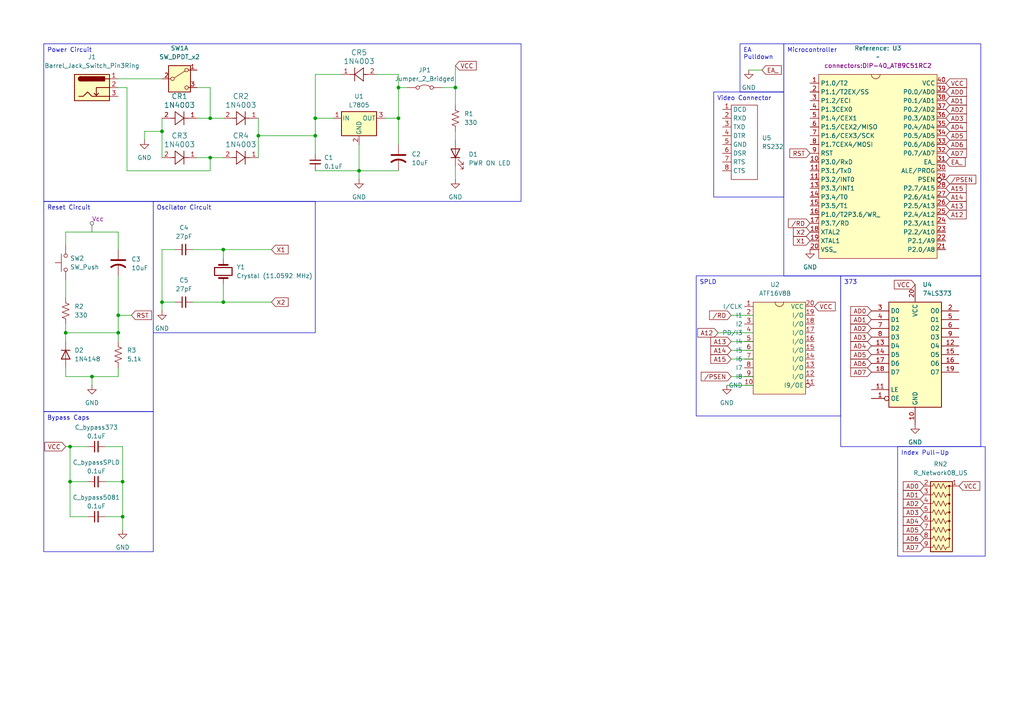
<source format=kicad_sch>
(kicad_sch (version 20250114) (generator "eeschema") (generator_version "9.0")
  (paper "A4")
  (lib_symbols
    (symbol "Connector:Barrel_Jack_Switch_Pin3Ring" (pin_names (hide yes))
      (property "Reference" "J" (at 0 5.334 0))
      (property "Value" "Barrel_Jack_Switch_Pin3Ring" (at 0 -5.08 0))
      (symbol "Barrel_Jack_Switch_Pin3Ring_0_1"
        (rectangle (start -5.08 3.81) (end 5.08 -3.81) (stroke (width 0.254)) (fill (type background)))
        (polyline (pts (xy -3.81 -2.54) (xy -2.54 -2.54) (xy -1.27 -1.27) (xy 0 -2.54) (xy 2.54 -2.54) (xy 5.08 -2.54)) (stroke (width 0.254)))
        (arc (start -3.302 1.905) (mid -3.9343 2.54) (end -3.302 3.175) (stroke (width 0.254)))
        (arc (start -3.302 1.905) (mid -3.9343 2.54) (end -3.302 3.175) (stroke (width 0.254)) (fill (type outline)))
        (polyline (pts (xy 1.27 -2.286) (xy 1.905 -1.651)) (stroke (width 0.254)))
        (rectangle (start 3.683 3.175) (end -3.302 1.905) (stroke (width 0.254)) (fill (type outline)))
        (polyline (pts (xy 5.08 2.54) (xy 3.81 2.54)) (stroke (width 0.254)))
        (polyline (pts (xy 5.08 0) (xy 1.27 0) (xy 1.27 -2.286) (xy 0.635 -1.651)) (stroke (width 0.254)))
      )
      (symbol "Barrel_Jack_Switch_Pin3Ring_1_1"
        (pin passive line (at 7.62 2.54 180) (length 2.54) (name "~") (number "1"))
        (pin passive line (at 7.62 0 180) (length 2.54) (name "~") (number "2"))
        (pin passive line (at 7.62 -2.54 180) (length 2.54) (name "~") (number "3"))
      )
    )
    (symbol "Device:C_Small" (pin_numbers (hide yes)) (pin_names (offset 0.254) (hide yes))
      (property "Reference" "C" (at 0.254 1.778 0))
      (property "Value" "C_Small" (at 0.254 -2.032 0))
      (symbol "C_Small_0_1"
        (polyline (pts (xy -1.524 0.508) (xy 1.524 0.508)) (stroke (width 0.3048)))
        (polyline (pts (xy -1.524 -0.508) (xy 1.524 -0.508)) (stroke (width 0.3302)))
      )
      (symbol "C_Small_1_1"
        (pin passive line (at 0 2.54 270) (length 2.032) (name "~") (number "1"))
        (pin passive line (at 0 -2.54 90) (length 2.032) (name "~") (number "2"))
      )
    )
    (symbol "Device:C_US" (pin_numbers (hide yes)) (pin_names (offset 0.254) (hide yes))
      (property "Reference" "C" (at 0.635 2.54 0))
      (property "Value" "C_US" (at 0.635 -2.54 0))
      (symbol "C_US_0_1"
        (polyline (pts (xy -2.032 0.762) (xy 2.032 0.762)) (stroke (width 0.508)))
        (arc (start -2.032 -1.27) (mid 0 -0.5572) (end 2.032 -1.27) (stroke (width 0.508)))
      )
      (symbol "C_US_1_1"
        (pin passive line (at 0 3.81 270) (length 2.794) (name "~") (number "1"))
        (pin passive line (at 0 -3.81 90) (length 3.302) (name "~") (number "2"))
      )
    )
    (symbol "Device:Crystal" (pin_numbers (hide yes)) (pin_names (offset 1.016) (hide yes))
      (property "Reference" "Y" (at 0 3.81 0))
      (property "Value" "Crystal" (at 0 -3.81 0))
      (symbol "Crystal_0_1"
        (polyline (pts (xy -2.54 0) (xy -1.905 0)))
        (polyline (pts (xy -1.905 -1.27) (xy -1.905 1.27)) (stroke (width 0.508)))
        (rectangle (start -1.143 2.54) (end 1.143 -2.54) (stroke (width 0.3048)))
        (polyline (pts (xy 1.905 -1.27) (xy 1.905 1.27)) (stroke (width 0.508)))
        (polyline (pts (xy 2.54 0) (xy 1.905 0)))
      )
      (symbol "Crystal_1_1"
        (pin passive line (at -3.81 0 0) (length 1.27) (name "1") (number "1"))
        (pin passive line (at 3.81 0 180) (length 1.27) (name "2") (number "2"))
      )
    )
    (symbol "Device:LED" (pin_numbers (hide yes)) (pin_names (offset 1.016) (hide yes))
      (property "Reference" "D" (at 0 2.54 0))
      (property "Value" "LED" (at 0 -2.54 0))
      (symbol "LED_0_1"
        (polyline (pts (xy -3.048 -0.762) (xy -4.572 -2.286) (xy -3.81 -2.286) (xy -4.572 -2.286) (xy -4.572 -1.524)))
        (polyline (pts (xy -1.778 -0.762) (xy -3.302 -2.286) (xy -2.54 -2.286) (xy -3.302 -2.286) (xy -3.302 -1.524)))
        (polyline (pts (xy -1.27 0) (xy 1.27 0)))
        (polyline (pts (xy -1.27 -1.27) (xy -1.27 1.27)) (stroke (width 0.254)))
        (polyline (pts (xy 1.27 -1.27) (xy 1.27 1.27) (xy -1.27 0) (xy 1.27 -1.27)) (stroke (width 0.254)))
      )
      (symbol "LED_1_1"
        (pin passive line (at -3.81 0 0) (length 2.54) (name "K") (number "1"))
        (pin passive line (at 3.81 0 180) (length 2.54) (name "A") (number "2"))
      )
    )
    (symbol "Device:R_Network08_US" (pin_names (offset 0) (hide yes))
      (property "Reference" "RN" (at -12.7 0 90))
      (property "Value" "R_Network08_US" (at 10.16 0 90))
      (symbol "R_Network08_US_0_1"
        (rectangle (start -11.43 -3.175) (end 8.89 3.175) (stroke (width 0.254)) (fill (type background)))
        (circle (center -10.16 2.286) (radius 0.254) (fill (type outline)))
        (polyline (pts (xy -10.16 2.286) (xy 7.62 2.286)))
        (polyline (pts (xy -10.16 2.286) (xy -10.16 1.524) (xy -9.398 1.1684) (xy -10.922 0.508) (xy -9.398 -0.1524) (xy -10.922 -0.8382) (xy -9.398 -1.524) (xy -10.922 -2.1844) (xy -10.16 -2.54) (xy -10.16 -3.81)))
        (circle (center -7.62 2.286) (radius 0.254) (fill (type outline)))
        (polyline (pts (xy -7.62 2.286) (xy -7.62 1.524) (xy -6.858 1.1684) (xy -8.382 0.508) (xy -6.858 -0.1524) (xy -8.382 -0.8382) (xy -6.858 -1.524) (xy -8.382 -2.1844) (xy -7.62 -2.54) (xy -7.62 -3.81)))
        (circle (center -5.08 2.286) (radius 0.254) (fill (type outline)))
        (polyline (pts (xy -5.08 2.286) (xy -5.08 1.524) (xy -4.318 1.1684) (xy -5.842 0.508) (xy -4.318 -0.1524) (xy -5.842 -0.8382) (xy -4.318 -1.524) (xy -5.842 -2.1844) (xy -5.08 -2.54) (xy -5.08 -3.81)))
        (circle (center -2.54 2.286) (radius 0.254) (fill (type outline)))
        (polyline (pts (xy -2.54 2.286) (xy -2.54 1.524) (xy -1.778 1.1684) (xy -3.302 0.508) (xy -1.778 -0.1524) (xy -3.302 -0.8382) (xy -1.778 -1.524) (xy -3.302 -2.1844) (xy -2.54 -2.54) (xy -2.54 -3.81)))
        (circle (center 0 2.286) (radius 0.254) (fill (type outline)))
        (polyline (pts (xy 0 2.286) (xy 0 1.524) (xy 0.762 1.1684) (xy -0.762 0.508) (xy 0.762 -0.1524) (xy -0.762 -0.8382) (xy 0.762 -1.524) (xy -0.762 -2.1844) (xy 0 -2.54) (xy 0 -3.81)))
        (polyline (pts (xy 2.54 2.286) (xy 2.54 1.524) (xy 3.302 1.1684) (xy 1.778 0.508) (xy 3.302 -0.1524) (xy 1.778 -0.8382) (xy 3.302 -1.524) (xy 1.778 -2.1844) (xy 2.54 -2.54) (xy 2.54 -3.81)))
        (circle (center 2.54 2.286) (radius 0.254) (fill (type outline)))
        (polyline (pts (xy 5.08 2.286) (xy 5.08 1.524) (xy 5.842 1.1684) (xy 4.318 0.508) (xy 5.842 -0.1524) (xy 4.318 -0.8382) (xy 5.842 -1.524) (xy 4.318 -2.1844) (xy 5.08 -2.54) (xy 5.08 -3.81)))
        (circle (center 5.08 2.286) (radius 0.254) (fill (type outline)))
        (polyline (pts (xy 7.62 2.286) (xy 7.62 1.524) (xy 8.382 1.1684) (xy 6.858 0.508) (xy 8.382 -0.1524) (xy 6.858 -0.8382) (xy 8.382 -1.524) (xy 6.858 -2.1844) (xy 7.62 -2.54) (xy 7.62 -3.81)))
      )
      (symbol "R_Network08_US_1_1"
        (pin passive line (at -10.16 5.08 270) (length 2.54) (name "common") (number "1"))
        (pin passive line (at -10.16 -5.08 90) (length 1.27) (name "R1") (number "2"))
        (pin passive line (at -7.62 -5.08 90) (length 1.27) (name "R2") (number "3"))
        (pin passive line (at -5.08 -5.08 90) (length 1.27) (name "R3") (number "4"))
        (pin passive line (at -2.54 -5.08 90) (length 1.27) (name "R4") (number "5"))
        (pin passive line (at 0 -5.08 90) (length 1.27) (name "R5") (number "6"))
        (pin passive line (at 2.54 -5.08 90) (length 1.27) (name "R6") (number "7"))
        (pin passive line (at 5.08 -5.08 90) (length 1.27) (name "R7") (number "8"))
        (pin passive line (at 7.62 -5.08 90) (length 1.27) (name "R8") (number "9"))
      )
    )
    (symbol "Device:R_US" (pin_numbers (hide yes)) (pin_names (offset 0))
      (property "Reference" "R" (at 2.54 0 90))
      (property "Value" "R_US" (at -2.54 0 90))
      (symbol "R_US_0_1"
        (polyline (pts (xy 0 2.286) (xy 0 2.54)))
        (polyline (pts (xy 0 2.286) (xy 1.016 1.905) (xy 0 1.524) (xy -1.016 1.143) (xy 0 0.762)))
        (polyline (pts (xy 0 0.762) (xy 1.016 0.381) (xy 0 0) (xy -1.016 -0.381) (xy 0 -0.762)))
        (polyline (pts (xy 0 -0.762) (xy 1.016 -1.143) (xy 0 -1.524) (xy -1.016 -1.905) (xy 0 -2.286)))
        (polyline (pts (xy 0 -2.286) (xy 0 -2.54)))
      )
      (symbol "R_US_1_1"
        (pin passive line (at 0 3.81 270) (length 1.27) (name "~") (number "1"))
        (pin passive line (at 0 -3.81 90) (length 1.27) (name "~") (number "2"))
      )
    )
    (symbol "Diode:1N4148" (pin_numbers (hide yes)) (pin_names (hide yes))
      (property "Reference" "D" (at 0 2.54 0))
      (property "Value" "1N4148" (at 0 -2.54 0))
      (symbol "1N4148_0_1"
        (polyline (pts (xy -1.27 1.27) (xy -1.27 -1.27)) (stroke (width 0.254)))
        (polyline (pts (xy 1.27 1.27) (xy 1.27 -1.27) (xy -1.27 0) (xy 1.27 1.27)) (stroke (width 0.254)))
        (polyline (pts (xy 1.27 0) (xy -1.27 0)))
      )
      (symbol "1N4148_1_1"
        (pin passive line (at -3.81 0 0) (length 2.54) (name "K") (number "1"))
        (pin passive line (at 3.81 0 180) (length 2.54) (name "A") (number "2"))
      )
    )
    (symbol "ESD:1N4003" (pin_names (offset 0.254))
      (property "Reference" "CR" (at 5.08 4.445 0))
      (property "Value" "1N4003" (at 5.08 -3.81 0))
      (symbol "1N4003_1_1"
        (polyline (pts (xy 2.54 0) (xy 3.4798 0)) (stroke (width 0.2032)))
        (polyline (pts (xy 3.175 0) (xy 3.81 0)) (stroke (width 0.2032)))
        (polyline (pts (xy 3.81 1.905) (xy 3.81 -1.905)) (stroke (width 0.2032)))
        (polyline (pts (xy 3.81 -1.905) (xy 6.35 0)) (stroke (width 0.2032)))
        (polyline (pts (xy 6.35 0) (xy 3.81 1.905)) (stroke (width 0.2032)))
        (polyline (pts (xy 6.35 0) (xy 7.62 0)) (stroke (width 0.2032)))
        (polyline (pts (xy 6.35 -1.905) (xy 6.35 1.905)) (stroke (width 0.2032)))
        (pin unspecified line (at 0 0 0) (length 2.54) (name "") (number "2"))
        (pin unspecified line (at 10.16 0 180) (length 2.54) (name "") (number "1"))
      )
      (symbol "1N4003_1_2"
        (polyline (pts (xy -1.905 3.81) (xy 1.905 3.81)) (stroke (width 0.2032)))
        (polyline (pts (xy 0 6.35) (xy -1.905 3.81)) (stroke (width 0.2032)))
        (polyline (pts (xy 0 6.35) (xy 0 7.62)) (stroke (width 0.2032)))
        (polyline (pts (xy 0 3.175) (xy 0 3.81)) (stroke (width 0.2032)))
        (polyline (pts (xy 0 2.54) (xy 0 3.4798)) (stroke (width 0.2032)))
        (polyline (pts (xy 1.905 6.35) (xy -1.905 6.35)) (stroke (width 0.2032)))
        (polyline (pts (xy 1.905 3.81) (xy 0 6.35)) (stroke (width 0.2032)))
        (pin unspecified line (at 0 10.16 270) (length 2.54) (name "") (number "1"))
        (pin unspecified line (at 0 0 90) (length 2.54) (name "") (number "2"))
      )
    )
    (symbol "ESD:74LS373"
      (property "Reference" "U3" (at 2.1941 20.32 0))
      (property "Value" "74LS373" (at 2.1941 17.78 0))
      (symbol "74LS373_1_0"
        (pin input line (at -12.7 12.7 0) (length 5.08) (name "D0") (number "3"))
        (pin input line (at -12.7 10.16 0) (length 5.08) (name "D1") (number "4"))
        (pin input line (at -12.7 7.62 0) (length 5.08) (name "D2") (number "7"))
        (pin input line (at -12.7 5.08 0) (length 5.08) (name "D3") (number "8"))
        (pin input line (at -12.7 2.54 0) (length 5.08) (name "D4") (number "13"))
        (pin input line (at -12.7 0 0) (length 5.08) (name "D5") (number "14"))
        (pin input line (at -12.7 -2.54 0) (length 5.08) (name "D6") (number "17"))
        (pin input line (at -12.7 -5.08 0) (length 5.08) (name "D7") (number "18"))
        (pin input line (at -12.7 -10.16 0) (length 5.08) (name "LE") (number "11"))
        (pin input inverted (at -12.7 -12.7 0) (length 5.08) (name "OE") (number "1"))
        (pin power_in line (at 0 20.32 270) (length 5.08) (name "VCC") (number "20"))
        (pin power_in line (at 0 -20.32 90) (length 5.08) (name "GND") (number "10"))
        (pin tri_state line (at 12.7 12.7 180) (length 5.08) (name "O0") (number "2"))
        (pin tri_state line (at 12.7 10.16 180) (length 5.08) (name "O1") (number "5"))
        (pin tri_state line (at 12.7 7.62 180) (length 5.08) (name "O2") (number "6"))
        (pin tri_state line (at 12.7 5.08 180) (length 5.08) (name "O3") (number "9"))
        (pin tri_state line (at 12.7 2.54 180) (length 5.08) (name "O4") (number "12"))
        (pin tri_state line (at 12.7 0 180) (length 5.08) (name "O5") (number "15"))
        (pin tri_state line (at 12.7 -2.54 180) (length 5.08) (name "O6") (number "16"))
        (pin tri_state line (at 12.7 -5.08 180) (length 5.08) (name "O7") (number "19"))
      )
      (symbol "74LS373_1_1"
        (rectangle (start -7.62 15.24) (end 7.62 -15.24) (stroke (width 0.254)) (fill (type background)))
      )
    )
    (symbol "ESD:AT89C51RC2"
      (property "Reference" "U" (at 0 6.35 0) (show_name))
      (property "Footprint" "connectors:DIP-40_AT89C51RC2" (at 16.51 1.27 0))
      (symbol "AT89C51RC2_1_1"
        (rectangle (start 0 0) (end 34.29 -53.34) (fill (type background)))
        (arc (start 16.51 -1.27) (mid 15.612 -0.898) (end 15.24 0))
        (arc (start 17.78 0) (mid 17.408 -0.898) (end 16.51 -1.27))
        (pin bidirectional line (at -2.54 -2.54 0) (length 2.54) (name "P1.0/T2") (number "1"))
        (pin bidirectional line (at -2.54 -5.08 0) (length 2.54) (name "P1.1/T2EX/SS") (number "2"))
        (pin bidirectional line (at -2.54 -7.62 0) (length 2.54) (name "P1.2/ECI") (number "3"))
        (pin bidirectional line (at -2.54 -10.16 0) (length 2.54) (name "P1.3CEX0") (number "4"))
        (pin bidirectional line (at -2.54 -12.7 0) (length 2.54) (name "P1.4/CEX1") (number "5"))
        (pin bidirectional line (at -2.54 -15.24 0) (length 2.54) (name "P1.5/CEX2/MISO") (number "6"))
        (pin bidirectional line (at -2.54 -17.78 0) (length 2.54) (name "P1.6/CEX3/SCK") (number "7"))
        (pin bidirectional line (at -2.54 -20.32 0) (length 2.54) (name "P1.7CEX4/MOSI") (number "8"))
        (pin bidirectional line (at -2.54 -22.86 0) (length 2.54) (name "RST") (number "9"))
        (pin input line (at -2.54 -25.4 0) (length 2.54) (name "P3.0/RxD") (number "10"))
        (pin output line (at -2.54 -27.94 0) (length 2.54) (name "P3.1/TxD") (number "11"))
        (pin bidirectional line (at -2.54 -30.48 0) (length 2.54) (name "P3.2/INT0") (number "11"))
        (pin bidirectional line (at -2.54 -33.02 0) (length 2.54) (name "P3.3/INT1") (number "13"))
        (pin bidirectional line (at -2.54 -35.56 0) (length 2.54) (name "P3.4/T0") (number "14"))
        (pin bidirectional line (at -2.54 -38.1 0) (length 2.54) (name "P3.5/T1") (number "15"))
        (pin bidirectional line (at -2.54 -40.64 0) (length 2.54) (name "P1.0/T2P3.6/WR_") (number "16"))
        (pin bidirectional line (at -2.54 -43.18 0) (length 2.54) (name "P3.7/RD") (number "17"))
        (pin unspecified line (at -2.54 -45.72 0) (length 2.54) (name "XTAL2") (number "18"))
        (pin unspecified line (at -2.54 -48.26 0) (length 2.54) (name "XTAL1") (number "19"))
        (pin unspecified line (at -2.54 -50.8 0) (length 2.54) (name "VSS_") (number "20"))
        (pin power_in line (at 36.83 -2.54 180) (length 2.54) (name "VCC") (number "40"))
        (pin bidirectional line (at 36.83 -5.08 180) (length 2.54) (name "P0.0/AD0") (number "39"))
        (pin bidirectional line (at 36.83 -7.62 180) (length 2.54) (name "P0.1/AD1") (number "38"))
        (pin bidirectional line (at 36.83 -10.16 180) (length 2.54) (name "P0.2/AD2") (number "37"))
        (pin bidirectional line (at 36.83 -12.7 180) (length 2.54) (name "P0.3/AD3") (number "36"))
        (pin bidirectional line (at 36.83 -15.24 180) (length 2.54) (name "P0.4/AD4") (number "35"))
        (pin bidirectional line (at 36.83 -17.78 180) (length 2.54) (name "P0.5/AD5") (number "34"))
        (pin bidirectional line (at 36.83 -20.32 180) (length 2.54) (name "P0.6/AD6") (number "33"))
        (pin bidirectional line (at 36.83 -22.86 180) (length 2.54) (name "P0.7/AD7") (number "32"))
        (pin input line (at 36.83 -25.4 180) (length 2.54) (name "EA_") (number "31"))
        (pin input line (at 36.83 -27.94 180) (length 2.54) (name "ALE/PROG") (number "30"))
        (pin input inverted (at 36.83 -30.48 180) (length 2.54) (name "PSEN") (number "29"))
        (pin bidirectional line (at 36.83 -33.02 180) (length 2.54) (name "P2.7/A15") (number "28"))
        (pin bidirectional line (at 36.83 -35.56 180) (length 2.54) (name "P2.6/A14") (number "27"))
        (pin bidirectional line (at 36.83 -38.1 180) (length 2.54) (name "P2.5/A13") (number "26"))
        (pin bidirectional line (at 36.83 -40.64 180) (length 2.54) (name "P2.4/A12") (number "25"))
        (pin bidirectional line (at 36.83 -43.18 180) (length 2.54) (name "P2.3/A11") (number "24"))
        (pin bidirectional line (at 36.83 -45.72 180) (length 2.54) (name "P2.2/A10") (number "23"))
        (pin bidirectional line (at 36.83 -48.26 180) (length 2.54) (name "P2.1/A9") (number "22"))
        (pin bidirectional line (at 36.83 -50.8 180) (length 2.54) (name "P2.0/A8") (number "21"))
      )
    )
    (symbol "ESD:ATF16V8C"
      (property "Reference" "U2" (at 6.35 5.08 0))
      (property "Value" "ATF16V8B" (at 6.35 2.54 0))
      (symbol "ATF16V8C_0_1"
        (arc (start 7.62 -1.27) (mid 6.722 -0.898) (end 6.35 0))
        (arc (start 8.89 0) (mid 8.518 -0.898) (end 7.62 -1.27))
      )
      (symbol "ATF16V8C_1_0"
        (pin bidirectional line (at 17.78 -6.35 180) (length 2.54) (name "I/O") (number "18"))
      )
      (symbol "ATF16V8C_1_1"
        (rectangle (start 0 0) (end 15.24 -26.67) (fill (type background)))
        (pin input line (at 0 -1.27 180) (length 2.54) (name "I/CLK") (number "1"))
        (pin input line (at 0 -3.81 180) (length 2.54) (name "I1") (number "2"))
        (pin input line (at 0 -6.35 180) (length 2.54) (name "I2") (number "3"))
        (pin input line (at 0 -8.89 180) (length 2.54) (name "PD/I3") (number "4"))
        (pin input line (at 0 -11.43 180) (length 2.54) (name "I4") (number "5"))
        (pin input line (at 0 -13.97 180) (length 2.54) (name "I5") (number "6"))
        (pin input line (at 0 -16.51 180) (length 2.54) (name "I6") (number "7"))
        (pin input line (at 0 -19.05 180) (length 2.54) (name "I7") (number "8"))
        (pin input line (at 0 -21.59 180) (length 2.54) (name "I8") (number "9"))
        (pin power_out line (at 0 -24.13 180) (length 2.54) (name "GND") (number "10"))
        (pin power_in line (at 17.78 -1.27 180) (length 2.54) (name "VCC") (number "20"))
        (pin bidirectional line (at 17.78 -3.81 180) (length 2.54) (name "I/O") (number "19"))
        (pin bidirectional line (at 17.78 -8.89 180) (length 2.54) (name "I/O") (number "17"))
        (pin bidirectional line (at 17.78 -11.43 180) (length 2.54) (name "I/O") (number "16"))
        (pin bidirectional line (at 17.78 -13.97 180) (length 2.54) (name "I/O") (number "15"))
        (pin bidirectional line (at 17.78 -16.51 180) (length 2.54) (name "I/O") (number "14"))
        (pin bidirectional line (at 17.78 -19.05 180) (length 2.54) (name "I/O") (number "13"))
        (pin bidirectional line (at 17.78 -21.59 180) (length 2.54) (name "I/O") (number "12"))
        (pin input inverted (at 17.78 -24.13 180) (length 2.54) (name "I9/OE") (number "11"))
      )
    )
    (symbol "ESD:RS232_"
      (property "Reference" "U9" (at 3.81 -22.86 90))
      (property "Value" "RS232" (at 8.89 -8.89 90))
      (symbol "RS232__0_1"
        (rectangle (start 0 0) (end 7.62 -21.59))
      )
      (symbol "RS232__1_1"
        (pin input line (at -2.54 -1.27 0) (length 2.54) (name "DCD") (number "1"))
        (pin output line (at -2.54 -3.81 0) (length 2.54) (name "RXD") (number "2"))
        (pin input line (at -2.54 -6.35 0) (length 2.54) (name "TXD") (number "3"))
        (pin input line (at -2.54 -8.89 0) (length 2.54) (name "DTR") (number "4"))
        (pin input line (at -2.54 -11.43 0) (length 2.54) (name "GND") (number "5"))
        (pin input line (at -2.54 -13.97 0) (length 2.54) (name "DSR") (number "6"))
        (pin input line (at -2.54 -16.51 0) (length 2.54) (name "RTS") (number "7"))
        (pin input line (at -2.54 -19.05 0) (length 2.54) (name "CTS") (number "8"))
      )
    )
    (symbol "Jumper:Jumper_2_Bridged" (pin_numbers (hide yes)) (pin_names (offset 0) (hide yes))
      (property "Reference" "JP" (at 0 1.905 0))
      (property "Value" "Jumper_2_Bridged" (at 0 -2.54 0))
      (symbol "Jumper_2_Bridged_0_0"
        (circle (center -2.032 0) (radius 0.508))
        (circle (center 2.032 0) (radius 0.508))
      )
      (symbol "Jumper_2_Bridged_0_1"
        (arc (start -1.524 0.254) (mid 0 0.762) (end 1.524 0.254))
      )
      (symbol "Jumper_2_Bridged_1_1"
        (pin passive line (at -5.08 0 0) (length 2.54) (name "A") (number "1"))
        (pin passive line (at 5.08 0 180) (length 2.54) (name "B") (number "2"))
      )
    )
    (symbol "Regulator_Linear:L7805" (pin_names (offset 0.254))
      (property "Reference" "U" (at -3.81 3.175 0))
      (property "Value" "L7805" (at 0 3.175 0))
      (symbol "L7805_0_1"
        (rectangle (start -5.08 1.905) (end 5.08 -5.08) (stroke (width 0.254)) (fill (type background)))
      )
      (symbol "L7805_1_1"
        (pin power_in line (at -7.62 0 0) (length 2.54) (name "IN") (number "1"))
        (pin power_in line (at 0 -7.62 90) (length 2.54) (name "GND") (number "2"))
        (pin power_out line (at 7.62 0 180) (length 2.54) (name "OUT") (number "3"))
      )
    )
    (symbol "Switch:SW_DPDT_x2" (pin_names (offset 0) (hide yes))
      (property "Reference" "SW" (at 0 5.08 0))
      (property "Value" "SW_DPDT_x2" (at 0 -5.08 0))
      (symbol "SW_DPDT_x2_0_0"
        (circle (center -2.032 0) (radius 0.508))
        (circle (center 2.032 -2.54) (radius 0.508))
      )
      (symbol "SW_DPDT_x2_0_1"
        (rectangle (start -3.175 3.81) (end 3.175 -3.81) (stroke (width 0.254)) (fill (type background)))
        (polyline (pts (xy -1.524 0.254) (xy 1.5748 2.286)))
        (circle (center 2.032 2.54) (radius 0.508))
      )
      (symbol "SW_DPDT_x2_1_1"
        (pin passive line (at -5.08 0 0) (length 2.54) (name "B") (number "2"))
        (pin passive line (at 5.08 2.54 180) (length 2.54) (name "A") (number "1"))
        (pin passive line (at 5.08 -2.54 180) (length 2.54) (name "C") (number "3"))
      )
      (symbol "SW_DPDT_x2_2_1"
        (pin passive line (at -5.08 0 0) (length 2.54) (name "B") (number "5"))
        (pin passive line (at 5.08 2.54 180) (length 2.54) (name "A") (number "4"))
        (pin passive line (at 5.08 -2.54 180) (length 2.54) (name "C") (number "6"))
      )
    )
    (symbol "Switch:SW_Push" (pin_numbers (hide yes)) (pin_names (offset 1.016) (hide yes))
      (property "Reference" "SW" (at 1.27 2.54 0))
      (property "Value" "SW_Push" (at 0 -1.524 0))
      (symbol "SW_Push_0_1"
        (circle (center -2.032 0) (radius 0.508))
        (polyline (pts (xy 0 1.27) (xy 0 3.048)))
        (circle (center 2.032 0) (radius 0.508))
        (polyline (pts (xy 2.54 1.27) (xy -2.54 1.27)))
        (pin passive line (at -5.08 0 0) (length 2.54) (name "1") (number "1"))
        (pin passive line (at 5.08 0 180) (length 2.54) (name "2") (number "2"))
      )
    )
    (symbol "power:GND" (power) (pin_numbers (hide yes)) (pin_names (offset 0) (hide yes))
      (property "Value" "GND" (at 0 -3.81 0))
      (symbol "GND_0_1"
        (polyline (pts (xy 0 0) (xy 0 -1.27) (xy 1.27 -1.27) (xy 0 -2.54) (xy -1.27 -1.27) (xy 0 -1.27)))
      )
      (symbol "GND_1_1"
        (pin power_in line (at 0 0 270) (length 0) (name "~") (number "1"))
      )
    )
  )
  (text_box "Reset Circuit\n" (at 12.7 58.42 0) (size 31.75 60.96) (margins 0.9525 0.9525 0.9525 0.9525) (effects (font (size 1.27 1.27)) (justify left top)))
  (text_box "Index Pull-Up" (at 260.35 129.54 0) (size 25.4 31.75) (margins 0.9525 0.9525 0.9525 0.9525) (effects (font (size 1.27 1.27)) (justify left top)))
  (text_box "373" (at 243.84 80.01 0) (size 40.64 49.53) (margins 0.9525 0.9525 0.9525 0.9525) (effects (font (size 1.27 1.27)) (justify left top)))
  (text_box "Bypass Caps" (at 12.7 119.38 0) (size 31.75 40.64) (margins 0.9525 0.9525 0.9525 0.9525) (effects (font (size 1.27 1.27)) (justify left top)))
  (text_box "Oscilator Circuit" (at 44.45 58.42 0) (size 46.99 38.1) (margins 0.9525 0.9525 0.9525 0.9525) (effects (font (size 1.27 1.27)) (justify left top)))
  (text_box "Power Circuit" (at 12.7 12.7 0) (size 138.43 45.72) (margins 0.9525 0.9525 0.9525 0.9525) (effects (font (size 1.27 1.27)) (justify left top)))
  (text_box "SPLD" (at 201.93 80.01 0) (size 41.91 40.64) (margins 0.9525 0.9525 0.9525 0.9525) (effects (font (size 1.27 1.27)) (justify left top)))
  (text_box "Video Connector" (at 207.01 26.67 0) (size 20.32 30.48) (margins 0.9525 0.9525 0.9525 0.9525) (effects (font (size 1.27 1.27)) (justify left top)))
  (text_box "EA Pulldown" (at 214.63 12.7 0) (size 12.7 13.97) (margins 0.9525 0.9525 0.9525 0.9525) (effects (font (size 1.27 1.27)) (justify left top)))
  (text_box "Microcontroller" (at 227.33 12.7 0) (size 57.15 67.31) (margins 0.9525 0.9525 0.9525 0.9525) (effects (font (size 1.27 1.27)) (justify left top)))
  (junction (at 64.77 87.63))
  (junction (at 35.56 149.86))
  (junction (at 34.29 91.44))
  (junction (at 60.96 45.72))
  (junction (at 19.05 96.52))
  (junction (at 20.32 129.54))
  (junction (at 60.96 34.29))
  (junction (at 35.56 139.7))
  (junction (at 115.57 34.29))
  (junction (at 91.44 39.37))
  (junction (at 64.77 72.39))
  (junction (at 34.29 96.52))
  (junction (at 91.44 34.29))
  (junction (at 115.57 25.4))
  (junction (at 46.99 38.1))
  (junction (at 26.67 109.22))
  (junction (at 74.93 39.37))
  (junction (at 132.08 25.4))
  (junction (at 104.14 49.53))
  (junction (at 46.99 87.63))
  (junction (at 20.32 139.7))
  (wire (pts (xy 30.48 149.86) (xy 35.56 149.86)))
  (wire (pts (xy 128.27 25.4) (xy 132.08 25.4)))
  (wire (pts (xy 34.29 80.01) (xy 34.29 91.44)))
  (wire (pts (xy 34.29 91.44) (xy 38.1 91.44)))
  (wire (pts (xy 35.56 139.7) (xy 35.56 149.86)))
  (wire (pts (xy 91.44 21.59) (xy 91.44 34.29)))
  (wire (pts (xy 60.96 49.53) (xy 60.96 45.72)))
  (wire (pts (xy 41.91 40.64) (xy 41.91 38.1)))
  (wire (pts (xy 36.83 25.4) (xy 36.83 49.53)))
  (wire (pts (xy 34.29 96.52) (xy 19.05 96.52)))
  (wire (pts (xy 41.91 38.1) (xy 46.99 38.1)))
  (wire (pts (xy 35.56 149.86) (xy 35.56 153.67)))
  (wire (pts (xy 60.96 34.29) (xy 64.77 34.29)))
  (wire (pts (xy 91.44 49.53) (xy 104.14 49.53)))
  (wire (pts (xy 20.32 139.7) (xy 20.32 149.86)))
  (wire (pts (xy 19.05 71.12) (xy 19.05 67.31)))
  (wire (pts (xy 60.96 25.4) (xy 60.96 34.29)))
  (wire (pts (xy 74.93 34.29) (xy 74.93 39.37)))
  (wire (pts (xy 19.05 129.54) (xy 20.32 129.54)))
  (wire (pts (xy 91.44 34.29) (xy 91.44 39.37)))
  (wire (pts (xy 19.05 96.52) (xy 19.05 99.06)))
  (wire (pts (xy 57.15 45.72) (xy 60.96 45.72)))
  (wire (pts (xy 132.08 38.1) (xy 132.08 40.64)))
  (wire (pts (xy 57.15 34.29) (xy 60.96 34.29)))
  (wire (pts (xy 19.05 81.28) (xy 19.05 86.36)))
  (wire (pts (xy 34.29 22.86) (xy 46.99 22.86)))
  (wire (pts (xy 46.99 38.1) (xy 46.99 45.72)))
  (wire (pts (xy 132.08 48.26) (xy 132.08 52.07)))
  (wire (pts (xy 55.88 72.39) (xy 64.77 72.39)))
  (wire (pts (xy 210.82 111.76) (xy 218.44 111.76)))
  (wire (pts (xy 57.15 25.4) (xy 60.96 25.4)))
  (wire (pts (xy 30.48 129.54) (xy 35.56 129.54)))
  (wire (pts (xy 46.99 87.63) (xy 46.99 72.39)))
  (wire (pts (xy 34.29 109.22) (xy 26.67 109.22)))
  (wire (pts (xy 212.09 99.06) (xy 218.44 99.06)))
  (wire (pts (xy 20.32 139.7) (xy 25.4 139.7)))
  (wire (pts (xy 74.93 39.37) (xy 74.93 45.72)))
  (wire (pts (xy 115.57 49.53) (xy 104.14 49.53)))
  (wire (pts (xy 109.22 21.59) (xy 115.57 21.59)))
  (wire (pts (xy 115.57 41.91) (xy 115.57 34.29)))
  (wire (pts (xy 104.14 49.53) (xy 104.14 52.07)))
  (wire (pts (xy 212.09 109.22) (xy 218.44 109.22)))
  (wire (pts (xy 99.06 21.59) (xy 91.44 21.59)))
  (wire (pts (xy 104.14 41.91) (xy 104.14 49.53)))
  (wire (pts (xy 132.08 30.48) (xy 132.08 25.4)))
  (wire (pts (xy 46.99 34.29) (xy 46.99 38.1)))
  (wire (pts (xy 19.05 67.31) (xy 34.29 67.31)))
  (wire (pts (xy 50.8 87.63) (xy 46.99 87.63)))
  (wire (pts (xy 26.67 109.22) (xy 26.67 111.76)))
  (wire (pts (xy 212.09 101.6) (xy 218.44 101.6)))
  (wire (pts (xy 212.09 104.14) (xy 218.44 104.14)))
  (wire (pts (xy 115.57 21.59) (xy 115.57 25.4)))
  (wire (pts (xy 46.99 72.39) (xy 50.8 72.39)))
  (wire (pts (xy 36.83 49.53) (xy 60.96 49.53)))
  (wire (pts (xy 46.99 87.63) (xy 46.99 90.17)))
  (wire (pts (xy 64.77 72.39) (xy 78.74 72.39)))
  (wire (pts (xy 220.98 20.32) (xy 217.17 20.32)))
  (wire (pts (xy 35.56 129.54) (xy 35.56 139.7)))
  (wire (pts (xy 208.28 96.52) (xy 218.44 96.52)))
  (wire (pts (xy 34.29 99.06) (xy 34.29 96.52)))
  (wire (pts (xy 115.57 25.4) (xy 115.57 34.29)))
  (wire (pts (xy 96.52 34.29) (xy 91.44 34.29)))
  (wire (pts (xy 132.08 25.4) (xy 132.08 19.05)))
  (wire (pts (xy 111.76 34.29) (xy 115.57 34.29)))
  (wire (pts (xy 64.77 72.39) (xy 64.77 74.93)))
  (wire (pts (xy 34.29 25.4) (xy 36.83 25.4)))
  (wire (pts (xy 212.09 91.44) (xy 218.44 91.44)))
  (wire (pts (xy 115.57 25.4) (xy 118.11 25.4)))
  (wire (pts (xy 34.29 91.44) (xy 34.29 96.52)))
  (wire (pts (xy 74.93 39.37) (xy 91.44 39.37)))
  (wire (pts (xy 19.05 106.68) (xy 19.05 109.22)))
  (wire (pts (xy 20.32 129.54) (xy 20.32 139.7)))
  (wire (pts (xy 64.77 82.55) (xy 64.77 87.63)))
  (wire (pts (xy 34.29 67.31) (xy 34.29 72.39)))
  (wire (pts (xy 64.77 87.63) (xy 55.88 87.63)))
  (wire (pts (xy 91.44 39.37) (xy 91.44 44.45)))
  (wire (pts (xy 64.77 87.63) (xy 78.74 87.63)))
  (wire (pts (xy 20.32 149.86) (xy 25.4 149.86)))
  (wire (pts (xy 60.96 45.72) (xy 64.77 45.72)))
  (wire (pts (xy 26.67 109.22) (xy 19.05 109.22)))
  (wire (pts (xy 19.05 93.98) (xy 19.05 96.52)))
  (wire (pts (xy 34.29 106.68) (xy 34.29 109.22)))
  (wire (pts (xy 30.48 139.7) (xy 35.56 139.7)))
  (wire (pts (xy 20.32 129.54) (xy 25.4 129.54)))
  (global_label "AD3" (shape input) (at 252.73 97.79 180) (property "Intersheetrefs" "${INTERSHEET_REFS}" (effects (hide yes))))
  (global_label "A12" (shape input) (at 274.32 62.23 0) (property "Intersheetrefs" "${INTERSHEET_REFS}" (effects (hide yes))))
  (global_label "AD3" (shape input) (at 267.97 148.59 180) (property "Intersheetrefs" "${INTERSHEET_REFS}" (effects (hide yes))))
  (global_label "AD6" (shape input) (at 274.32 41.91 0) (property "Intersheetrefs" "${INTERSHEET_REFS}" (effects (hide yes))))
  (global_label "AD0" (shape input) (at 267.97 140.97 180) (property "Intersheetrefs" "${INTERSHEET_REFS}" (effects (hide yes))))
  (global_label "AD0" (shape input) (at 252.73 90.17 180) (property "Intersheetrefs" "${INTERSHEET_REFS}" (effects (hide yes))))
  (global_label "AD2" (shape input) (at 252.73 95.25 180) (property "Intersheetrefs" "${INTERSHEET_REFS}" (effects (hide yes))))
  (global_label "AD7" (shape input) (at 274.32 44.45 0) (property "Intersheetrefs" "${INTERSHEET_REFS}" (effects (hide yes))))
  (global_label "X2" (shape input) (at 78.74 87.63 0) (property "Intersheetrefs" "${INTERSHEET_REFS}" (effects (hide yes))))
  (global_label "VCC" (shape input) (at 274.32 24.13 0) (property "Intersheetrefs" "${INTERSHEET_REFS}" (effects (hide yes))))
  (global_label "{slash}PSEN" (shape input) (at 212.09 109.22 180) (property "Intersheetrefs" "${INTERSHEET_REFS}" (effects (hide yes))))
  (global_label "AD4" (shape input) (at 252.73 100.33 180) (property "Intersheetrefs" "${INTERSHEET_REFS}" (effects (hide yes))))
  (global_label "VCC" (shape input) (at 265.43 82.55 180) (property "Intersheetrefs" "${INTERSHEET_REFS}" (effects (hide yes))))
  (global_label "A15" (shape input) (at 212.09 104.14 180) (property "Intersheetrefs" "${INTERSHEET_REFS}" (effects (hide yes))))
  (global_label "AD4" (shape input) (at 274.32 36.83 0) (property "Intersheetrefs" "${INTERSHEET_REFS}" (effects (hide yes))))
  (global_label "AD6" (shape input) (at 252.73 105.41 180) (property "Intersheetrefs" "${INTERSHEET_REFS}" (effects (hide yes))))
  (global_label "VCC" (shape input) (at 278.13 140.97 0) (property "Intersheetrefs" "${INTERSHEET_REFS}" (effects (hide yes))))
  (global_label "AD1" (shape input) (at 252.73 92.71 180) (property "Intersheetrefs" "${INTERSHEET_REFS}" (effects (hide yes))))
  (global_label "{slash}RD" (shape input) (at 212.09 91.44 180) (property "Intersheetrefs" "${INTERSHEET_REFS}" (effects (hide yes))))
  (global_label "AD3" (shape input) (at 274.32 34.29 0) (property "Intersheetrefs" "${INTERSHEET_REFS}" (effects (hide yes))))
  (global_label "RST" (shape input) (at 234.95 44.45 180) (property "Intersheetrefs" "${INTERSHEET_REFS}" (effects (hide yes))))
  (global_label "AD5" (shape input) (at 274.32 39.37 0) (property "Intersheetrefs" "${INTERSHEET_REFS}" (effects (hide yes))))
  (global_label "AD1" (shape input) (at 274.32 29.21 0) (property "Intersheetrefs" "${INTERSHEET_REFS}" (effects (hide yes))))
  (global_label "VCC" (shape input) (at 132.08 19.05 0) (property "Intersheetrefs" "${INTERSHEET_REFS}" (effects (hide yes))))
  (global_label "AD7" (shape input) (at 252.73 107.95 180) (property "Intersheetrefs" "${INTERSHEET_REFS}" (effects (hide yes))))
  (global_label "A13" (shape input) (at 274.32 59.69 0) (property "Intersheetrefs" "${INTERSHEET_REFS}" (effects (hide yes))))
  (global_label "X1" (shape input) (at 234.95 69.85 180) (property "Intersheetrefs" "${INTERSHEET_REFS}" (effects (hide yes))))
  (global_label "{slash}RD" (shape input) (at 234.95 64.77 180) (property "Intersheetrefs" "${INTERSHEET_REFS}" (effects (hide yes))))
  (global_label "EA_" (shape input) (at 220.98 20.32 0) (property "Intersheetrefs" "${INTERSHEET_REFS}" (effects (hide yes))))
  (global_label "AD4" (shape input) (at 267.97 151.13 180) (property "Intersheetrefs" "${INTERSHEET_REFS}" (effects (hide yes))))
  (global_label "VCC" (shape input) (at 236.22 88.9 0) (property "Intersheetrefs" "${INTERSHEET_REFS}" (effects (hide yes))))
  (global_label "A13" (shape input) (at 212.09 99.06 180) (property "Intersheetrefs" "${INTERSHEET_REFS}" (effects (hide yes))))
  (global_label "A12" (shape input) (at 208.28 96.52 180) (property "Intersheetrefs" "${INTERSHEET_REFS}" (effects (hide yes))))
  (global_label "RST" (shape input) (at 38.1 91.44 0) (property "Intersheetrefs" "${INTERSHEET_REFS}" (effects (hide yes))))
  (global_label "A14" (shape input) (at 274.32 57.15 0) (property "Intersheetrefs" "${INTERSHEET_REFS}" (effects (hide yes))))
  (global_label "A15" (shape input) (at 274.32 54.61 0) (property "Intersheetrefs" "${INTERSHEET_REFS}" (effects (hide yes))))
  (global_label "AD2" (shape input) (at 274.32 31.75 0) (property "Intersheetrefs" "${INTERSHEET_REFS}" (effects (hide yes))))
  (global_label "A14" (shape input) (at 212.09 101.6 180) (property "Intersheetrefs" "${INTERSHEET_REFS}" (effects (hide yes))))
  (global_label "X2" (shape input) (at 234.95 67.31 180) (property "Intersheetrefs" "${INTERSHEET_REFS}" (effects (hide yes))))
  (global_label "AD6" (shape input) (at 267.97 156.21 180) (property "Intersheetrefs" "${INTERSHEET_REFS}" (effects (hide yes))))
  (global_label "AD1" (shape input) (at 267.97 143.51 180) (property "Intersheetrefs" "${INTERSHEET_REFS}" (effects (hide yes))))
  (global_label "AD5" (shape input) (at 252.73 102.87 180) (property "Intersheetrefs" "${INTERSHEET_REFS}" (effects (hide yes))))
  (global_label "X1" (shape input) (at 78.74 72.39 0) (property "Intersheetrefs" "${INTERSHEET_REFS}" (effects (hide yes))))
  (global_label "{slash}PSEN" (shape input) (at 274.32 52.07 0) (property "Intersheetrefs" "${INTERSHEET_REFS}" (effects (hide yes))))
  (global_label "AD7" (shape input) (at 267.97 158.75 180) (property "Intersheetrefs" "${INTERSHEET_REFS}" (effects (hide yes))))
  (global_label "VCC" (shape input) (at 19.05 129.54 180) (property "Intersheetrefs" "${INTERSHEET_REFS}" (effects (hide yes))))
  (global_label "AD0" (shape input) (at 274.32 26.67 0) (property "Intersheetrefs" "${INTERSHEET_REFS}" (effects (hide yes))))
  (global_label "AD5" (shape input) (at 267.97 153.67 180) (property "Intersheetrefs" "${INTERSHEET_REFS}" (effects (hide yes))))
  (global_label "EA_" (shape input) (at 274.32 46.99 0) (property "Intersheetrefs" "${INTERSHEET_REFS}" (effects (hide yes))))
  (global_label "AD2" (shape input) (at 267.97 146.05 180) (property "Intersheetrefs" "${INTERSHEET_REFS}" (effects (hide yes))))
  (netclass_flag "" (length 2.54) (shape round) (at 26.67 67.31 0) (property "Netclass" "Vcc" (at 26.67 63.5 0) (effects (justify left))))
  (symbol (lib_id "ESD:1N4003") (at 46.99 34.29 0) (unit 1)
    (property "Reference" "CR1" (at 52.07 27.94 0) (effects (font (size 1.524 1.524))))
    (property "Value" "1N4003" (at 52.07 30.48 0) (effects (font (size 1.524 1.524))))
  )
  (symbol (lib_id "Device:C_Small") (at 27.94 139.7 90) (unit 1)
    (property "Reference" "C_bypassSPLD" (at 27.94 134.112 90))
    (property "Value" "0.1uF" (at 27.94 136.652 90))
    (property "Description" "Unpolarized capacitor, small symbol" (effects (hide yes)))
  )
  (symbol (lib_id "power:GND") (at 210.82 111.76 0) (unit 1)
    (property "Reference" "#PWR06" (effects (hide yes)))
    (property "Value" "GND" (at 210.82 116.84 0))
    (property "Description" "Power symbol creates a global label with name \"GND\" , ground" (effects (hide yes)))
  )
  (symbol (lib_id "Device:R_US") (at 19.05 90.17 0) (unit 1)
    (property "Reference" "R2" (at 21.59 88.8999 0) (effects (justify left)))
    (property "Value" "330" (at 21.59 91.4399 0) (effects (justify left)))
    (property "Description" "Resistor, US symbol" (effects (hide yes)))
  )
  (symbol (lib_id "Connector:Barrel_Jack_Switch_Pin3Ring") (at 26.67 25.4 0) (unit 1)
    (property "Reference" "J1" (at 26.67 16.51 0))
    (property "Value" "Barrel_Jack_Switch_Pin3Ring" (at 26.67 19.05 0))
    (property "Description" "DC Barrel Jack with an internal switch" (effects (hide yes)))
  )
  (symbol (lib_id "Device:C_Small") (at 91.44 46.99 0) (unit 1)
    (property "Reference" "C1" (at 93.98 45.7262 0) (effects (justify left)))
    (property "Value" "0.1uF" (at 93.98 48.2662 0) (effects (justify left)))
    (property "Description" "Unpolarized capacitor, small symbol" (effects (hide yes)))
  )
  (symbol (lib_id "power:GND") (at 35.56 153.67 0) (unit 1)
    (property "Reference" "#PWR010" (effects (hide yes)))
    (property "Value" "GND" (at 35.56 158.75 0))
    (property "Description" "Power symbol creates a global label with name \"GND\" , ground" (effects (hide yes)))
  )
  (symbol (lib_id "ESD:1N4003") (at 64.77 45.72 0) (unit 1)
    (property "Reference" "CR4" (at 69.85 39.37 0) (effects (font (size 1.524 1.524))))
    (property "Value" "1N4003" (at 69.85 41.91 0) (effects (font (size 1.524 1.524))))
  )
  (symbol (lib_id "Device:C_Small") (at 53.34 87.63 90) (unit 1)
    (property "Reference" "C5" (at 53.3463 81.28 90))
    (property "Value" "27pF" (at 53.3463 83.82 90))
    (property "Description" "Unpolarized capacitor, small symbol" (effects (hide yes)))
  )
  (symbol (lib_id "Diode:1N4148") (at 19.05 102.87 270) (unit 1)
    (property "Reference" "D2" (at 21.59 101.5999 90) (effects (justify left)))
    (property "Value" "1N4148" (at 21.59 104.1399 90) (effects (justify left)))
    (property "Footprint" "Diode_THT:D_DO-35_SOD27_P7.62mm_Horizontal" (effects (hide yes)))
    (property "Datasheet" "https://assets.nexperia.com/documents/data-sheet/1N4148_1N4448.pdf" (effects (hide yes)))
    (property "Description" "100V 0.15A standard switching diode, DO-35" (effects (hide yes)))
    (property "Sim.Device" "D" (effects (hide yes)))
    (property "Sim.Pins" "1=K 2=A" (effects (hide yes)))
  )
  (symbol (lib_id "Switch:SW_Push") (at 19.05 76.2 90) (unit 1)
    (property "Reference" "SW2" (at 20.32 74.9299 90) (effects (justify right)))
    (property "Value" "SW_Push" (at 20.32 77.4699 90) (effects (justify right)))
    (property "Description" "Push button switch, generic, two pins" (effects (hide yes)))
  )
  (symbol (lib_id "Switch:SW_DPDT_x2") (at 52.07 22.86 0) (unit 1)
    (property "Reference" "SW1" (at 52.07 13.97 0))
    (property "Value" "SW_DPDT_x2" (at 52.07 16.51 0))
    (property "Description" "Switch, dual pole double throw, separate symbols" (effects (hide yes)))
  )
  (symbol (lib_id "Device:Crystal") (at 64.77 78.74 90) (unit 1)
    (property "Reference" "Y1" (at 68.58 77.4699 90) (effects (justify right)))
    (property "Value" "Crystal (11.0592 MHz)" (at 68.58 80.0099 90) (effects (justify right)))
    (property "Description" "Two pin crystal" (effects (hide yes)))
  )
  (symbol (lib_id "ESD:1N4003") (at 46.99 45.72 0) (unit 1)
    (property "Reference" "CR3" (at 52.07 39.37 0) (effects (font (size 1.524 1.524))))
    (property "Value" "1N4003" (at 52.07 41.91 0) (effects (font (size 1.524 1.524))))
  )
  (symbol (lib_id "Device:LED") (at 132.08 44.45 90) (unit 1)
    (property "Reference" "D1" (at 135.89 44.7674 90) (effects (justify right)))
    (property "Value" "PWR ON LED" (at 135.89 47.3074 90) (effects (justify right)))
    (property "Description" "Light emitting diode" (effects (hide yes)))
    (property "Sim.Pins" "1=K 2=A" (effects (hide yes)))
  )
  (symbol (lib_id "ESD:RS232_") (at 212.09 30.48 0) (unit 1)
    (property "Reference" "U5" (at 220.98 40.0049 0) (effects (justify left)))
    (property "Value" "RS232" (at 220.98 42.5449 0) (effects (justify left)))
  )
  (symbol (lib_id "Device:C_Small") (at 53.34 72.39 90) (unit 1)
    (property "Reference" "C4" (at 53.3463 66.04 90))
    (property "Value" "27pF" (at 53.3463 68.58 90))
    (property "Description" "Unpolarized capacitor, small symbol" (effects (hide yes)))
  )
  (symbol (lib_id "ESD:AT89C51RC2") (at 237.49 21.59 0) (unit 1)
    (property "Reference" "U3" (at 254.635 13.97 0) (show_name yes))
    (property "Value" "~" (at 254.635 16.51 0))
    (property "Footprint" "connectors:DIP-40_AT89C51RC2" (at 254.635 19.05 0))
  )
  (symbol (lib_id "ESD:1N4003") (at 109.22 21.59 180) (unit 1)
    (property "Reference" "CR5" (at 104.14 15.24 0) (effects (font (size 1.524 1.524))))
    (property "Value" "1N4003" (at 104.14 17.78 0) (effects (font (size 1.524 1.524))))
  )
  (symbol (lib_id "Device:C_US") (at 115.57 45.72 0) (unit 1)
    (property "Reference" "C2" (at 119.38 44.7039 0) (effects (justify left)))
    (property "Value" "10uF" (at 119.38 47.2439 0) (effects (justify left)))
    (property "Description" "capacitor, US symbol" (effects (hide yes)))
  )
  (symbol (lib_id "Device:R_US") (at 34.29 102.87 0) (unit 1)
    (property "Reference" "R3" (at 36.83 101.5999 0) (effects (justify left)))
    (property "Value" "5.1k" (at 36.83 104.1399 0) (effects (justify left)))
    (property "Description" "Resistor, US symbol" (effects (hide yes)))
  )
  (symbol (lib_id "ESD:ATF16V8C") (at 218.44 87.63 0) (unit 1)
    (property "Reference" "U2" (at 224.79 82.55 0))
    (property "Value" "ATF16V8B" (at 224.79 85.09 0))
  )
  (symbol (lib_id "Device:R_Network08_US") (at 273.05 151.13 270) (unit 1)
    (property "Reference" "RN2" (at 272.796 134.62 90))
    (property "Value" "R_Network08_US" (at 272.796 137.16 90))
    (property "Footprint" "Resistor_THT:R_Array_SIP9" (effects (hide yes)))
    (property "Datasheet" "http://www.vishay.com/docs/31509/csc.pdf" (effects (hide yes)))
    (property "Description" "8 resistor network, star topology, bussed resistors, small US symbol" (effects (hide yes)))
  )
  (symbol (lib_id "ESD:1N4003") (at 64.77 34.29 0) (unit 1)
    (property "Reference" "CR2" (at 69.85 27.94 0) (effects (font (size 1.524 1.524))))
    (property "Value" "1N4003" (at 69.85 30.48 0) (effects (font (size 1.524 1.524))))
  )
  (symbol (lib_id "power:GND") (at 46.99 90.17 0) (unit 1)
    (property "Reference" "#PWR05" (effects (hide yes)))
    (property "Value" "GND" (at 46.99 95.25 0))
    (property "Description" "Power symbol creates a global label with name \"GND\" , ground" (effects (hide yes)))
  )
  (symbol (lib_id "power:GND") (at 26.67 111.76 0) (unit 1)
    (property "Reference" "#PWR04" (effects (hide yes)))
    (property "Value" "GND" (at 26.67 116.84 0))
    (property "Description" "Power symbol creates a global label with name \"GND\" , ground" (effects (hide yes)))
  )
  (symbol (lib_id "Regulator_Linear:L7805") (at 104.14 34.29 0) (unit 1)
    (property "Reference" "U1" (at 104.14 27.94 0))
    (property "Value" "L7805" (at 104.14 30.48 0))
    (property "Datasheet" "http://www.st.com/content/ccc/resource/technical/document/datasheet/41/4f/b3/b0/12/d4/47/88/CD00000444.pdf/files/CD00000444.pdf/jcr:content/translations/en.CD00000444.pdf" (effects (hide yes)))
    (property "Description" "Positive 1.5A 35V Linear Regulator, Fixed Output 5V, TO-220/TO-263/TO-252" (effects (hide yes)))
  )
  (symbol (lib_id "power:GND") (at 104.14 52.07 0) (unit 1)
    (property "Reference" "#PWR02" (effects (hide yes)))
    (property "Value" "GND" (at 104.14 57.15 0))
    (property "Description" "Power symbol creates a global label with name \"GND\" , ground" (effects (hide yes)))
  )
  (symbol (lib_id "Device:C_Small") (at 27.94 149.86 90) (unit 1)
    (property "Reference" "C_bypass5081" (at 27.94 144.272 90))
    (property "Value" "0.1uF" (at 27.94 146.812 90))
    (property "Description" "Unpolarized capacitor, small symbol" (effects (hide yes)))
  )
  (symbol (lib_id "power:GND") (at 41.91 40.64 0) (unit 1)
    (property "Reference" "#PWR01" (effects (hide yes)))
    (property "Value" "GND" (at 41.91 45.72 0))
    (property "Description" "Power symbol creates a global label with name \"GND\" , ground" (effects (hide yes)))
  )
  (symbol (lib_id "power:GND") (at 265.43 123.19 0) (unit 1)
    (property "Reference" "#PWR09" (effects (hide yes)))
    (property "Value" "GND" (at 265.43 128.27 0))
    (property "Description" "Power symbol creates a global label with name \"GND\" , ground" (effects (hide yes)))
  )
  (symbol (lib_id "power:GND") (at 132.08 52.07 0) (unit 1)
    (property "Reference" "#PWR03" (effects (hide yes)))
    (property "Value" "GND" (at 132.08 57.15 0))
    (property "Description" "Power symbol creates a global label with name \"GND\" , ground" (effects (hide yes)))
  )
  (symbol (lib_id "Jumper:Jumper_2_Bridged") (at 123.19 25.4 0) (unit 1)
    (property "Reference" "JP1" (at 123.19 20.32 0))
    (property "Value" "Jumper_2_Bridged" (at 123.19 22.86 0))
    (property "Description" "Jumper, 2-pole, closed/bridged" (effects (hide yes)))
  )
  (symbol (lib_id "ESD:74LS373") (at 265.43 102.87 0) (unit 1)
    (property "Reference" "U4" (at 267.5733 82.55 0) (effects (justify left)))
    (property "Value" "74LS373" (at 267.5733 85.09 0) (effects (justify left)))
    (property "Datasheet" "http://www.ti.com/lit/gpn/sn74LS373" (effects (hide yes)))
  )
  (symbol (lib_id "power:GND") (at 217.17 20.32 0) (unit 1)
    (property "Reference" "#PWR08" (effects (hide yes)))
    (property "Value" "GND" (at 217.17 25.4 0))
    (property "Description" "Power symbol creates a global label with name \"GND\" , ground" (effects (hide yes)))
  )
  (symbol (lib_id "Device:R_US") (at 132.08 34.29 0) (unit 1)
    (property "Reference" "R1" (at 134.62 33.0199 0) (effects (justify left)))
    (property "Value" "330" (at 134.62 35.5599 0) (effects (justify left)))
    (property "Description" "Resistor, US symbol" (effects (hide yes)))
  )
  (symbol (lib_id "Device:C_US") (at 34.29 76.2 0) (unit 1)
    (property "Reference" "C3" (at 38.1 75.1839 0) (effects (justify left)))
    (property "Value" "10uF" (at 38.1 77.7239 0) (effects (justify left)))
    (property "Description" "capacitor, US symbol" (effects (hide yes)))
  )
  (symbol (lib_id "Device:C_Small") (at 27.94 129.54 90) (unit 1)
    (property "Reference" "C_bypass373" (at 27.94 123.952 90))
    (property "Value" "0.1uF" (at 27.94 126.492 90))
    (property "Description" "Unpolarized capacitor, small symbol" (effects (hide yes)))
  )
  (symbol (lib_id "power:GND") (at 234.95 72.39 0) (unit 1)
    (property "Reference" "#PWR07" (effects (hide yes)))
    (property "Value" "GND" (at 234.95 77.47 0))
    (property "Description" "Power symbol creates a global label with name \"GND\" , ground" (effects (hide yes)))
  )
)
</source>
